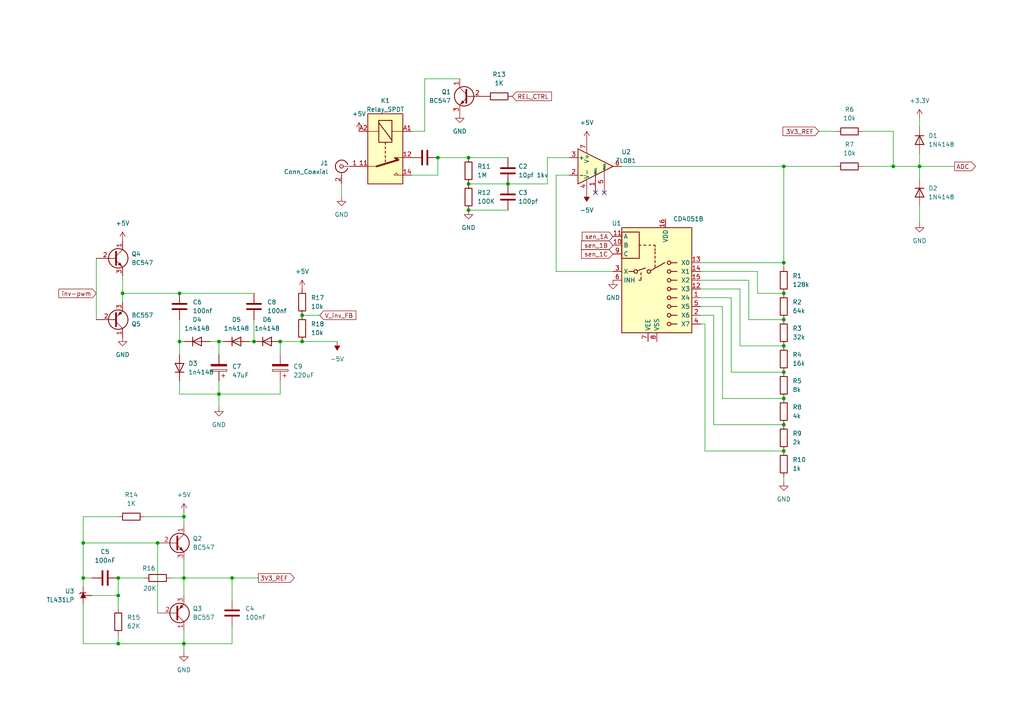
<source format=kicad_sch>
(kicad_sch (version 20231120) (generator "eeschema") (generator_version "8.0")
  (paper "A4")
  (title_block (title "Analog Part of RP-Pi-Oscope") (date "2024-10-25") (rev "1.2") (company "epsi1on + HS6502 + axiom") (comment 1 "Developing..."))
  (lib_symbols
    (symbol "+5V_1" (power) (pin_numbers hide) (pin_names (offset 0) hide)
      (property "Value" "+5V" (at 0 3.556 0))
      (symbol "+5V_1_0_1"
        (polyline (pts (xy -0.762 1.27) (xy 0 2.54)))
        (polyline (pts (xy 0 0) (xy 0 2.54)))
        (polyline (pts (xy 0 2.54) (xy 0.762 1.27)))
      )
      (symbol "+5V_1_1_1"
        (pin power_in line (at 0 0 90) (length 0) (name "~") (number "1"))
      )
    )
    (symbol "Amplifier_Operational:TL081" (pin_names (offset 0.127))
      (property "Reference" "U" (at 0 6.35 0))
      (property "Value" "TL081" (at 0 3.81 0))
      (symbol "TL081_0_1"
        (polyline (pts (xy -5.08 5.08) (xy 5.08 0) (xy -5.08 -5.08) (xy -5.08 5.08)) (stroke (width 0.254)) (fill (type background)))
      )
      (symbol "TL081_1_1"
        (pin input line (at 0 -7.62 90) (length 5.08) (name "NULL") (number "1"))
        (pin input line (at -7.62 -2.54 0) (length 2.54) (name "-") (number "2"))
        (pin input line (at -7.62 2.54 0) (length 2.54) (name "+") (number "3"))
        (pin power_in line (at -2.54 -7.62 90) (length 3.81) (name "V-") (number "4"))
        (pin input line (at 2.54 -7.62 90) (length 6.35) (name "NULL") (number "5"))
        (pin output line (at 7.62 0 180) (length 2.54) (name "~") (number "6"))
        (pin power_in line (at -2.54 7.62 270) (length 3.81) (name "V+") (number "7"))
        (pin no_connect line (at 0 2.54 270) (length 2.54) hide (name "NC") (number "8"))
      )
    )
    (symbol "Analog_Switch:CD4051B"
      (property "Reference" "U" (at -10.16 16.51 0))
      (property "Value" "CD4051B" (at 3.81 16.51 0))
      (symbol "CD4051B_0_1"
        (rectangle (start -10.16 6.35) (end -5.08 13.97) (stroke (width 0.254)))
        (rectangle (start -10.16 15.24) (end 10.16 -15.24) (stroke (width 0.254)) (fill (type background)))
        (circle (center -6.096 2.54) (radius 0.508) (stroke (width 0.254)))
        (circle (center -2.286 2.54) (radius 0.508) (stroke (width 0.254)))
        (polyline (pts (xy -8.128 2.54) (xy -6.604 2.54)) (stroke (width 0.254)))
        (polyline (pts (xy -5.588 2.794) (xy -3.302 3.556)) (stroke (width 0.254)))
        (polyline (pts (xy -4.572 0) (xy -5.207 0)) (stroke (width 0.254)))
        (polyline (pts (xy -4.572 0.254) (xy -4.572 0.889)) (stroke (width 0.254)))
        (polyline (pts (xy -4.572 1.524) (xy -4.572 2.159)) (stroke (width 0.254)))
        (polyline (pts (xy -4.572 10.16) (xy -5.08 10.16)) (stroke (width 0.254)))
        (polyline (pts (xy -3.81 10.16) (xy -3.175 10.16)) (stroke (width 0.254)))
        (polyline (pts (xy -1.778 2.794) (xy 2.286 5.08)) (stroke (width 0.254)))
        (polyline (pts (xy -1.778 10.16) (xy -2.286 10.16)) (stroke (width 0.254)))
        (polyline (pts (xy -0.508 3.81) (xy -0.508 4.445)) (stroke (width 0.254)))
        (polyline (pts (xy -0.508 5.08) (xy -0.508 5.715)) (stroke (width 0.254)))
        (polyline (pts (xy -0.508 6.35) (xy -0.508 6.985)) (stroke (width 0.254)))
        (polyline (pts (xy -0.508 7.62) (xy -0.508 8.255)) (stroke (width 0.254)))
        (polyline (pts (xy -0.508 8.636) (xy -0.508 9.144)) (stroke (width 0.254)))
        (polyline (pts (xy -0.508 9.652) (xy -0.508 10.16)) (stroke (width 0.254)))
        (polyline (pts (xy -0.508 10.16) (xy -1.016 10.16)) (stroke (width 0.254)))
        (polyline (pts (xy 4.064 -12.7) (xy 5.842 -12.7)) (stroke (width 0.254)))
        (polyline (pts (xy 4.064 -10.16) (xy 5.842 -10.16)) (stroke (width 0.254)))
        (polyline (pts (xy 4.064 -7.62) (xy 5.842 -7.62)) (stroke (width 0.254)))
        (polyline (pts (xy 4.064 -5.08) (xy 5.842 -5.08)) (stroke (width 0.254)))
        (polyline (pts (xy 4.064 -2.54) (xy 5.842 -2.54)) (stroke (width 0.254)))
        (polyline (pts (xy 4.064 0) (xy 5.842 0)) (stroke (width 0.254)))
        (polyline (pts (xy 4.064 2.54) (xy 5.842 2.54)) (stroke (width 0.254)))
        (polyline (pts (xy 4.064 5.08) (xy 5.842 5.08)) (stroke (width 0.254)))
        (circle (center 3.556 -12.7) (radius 0.508) (stroke (width 0.254)))
        (circle (center 3.556 -10.16) (radius 0.508) (stroke (width 0.254)))
        (circle (center 3.556 -7.62) (radius 0.508) (stroke (width 0.254)))
        (circle (center 3.556 -5.08) (radius 0.508) (stroke (width 0.254)))
        (circle (center 3.556 -2.54) (radius 0.508) (stroke (width 0.254)))
        (circle (center 3.556 0) (radius 0.508) (stroke (width 0.254)))
        (circle (center 3.556 2.54) (radius 0.508) (stroke (width 0.254)))
        (circle (center 3.556 5.08) (radius 0.508) (stroke (width 0.254)))
      )
      (symbol "CD4051B_1_1"
        (pin bidirectional line (at 12.7 -5.08 180) (length 2.54) (name "X4") (number "1"))
        (pin input line (at -12.7 10.16 0) (length 2.54) (name "B") (number "10"))
        (pin input line (at -12.7 12.7 0) (length 2.54) (name "A") (number "11"))
        (pin bidirectional line (at 12.7 -2.54 180) (length 2.54) (name "X3") (number "12"))
        (pin bidirectional line (at 12.7 5.08 180) (length 2.54) (name "X0") (number "13"))
        (pin bidirectional line (at 12.7 2.54 180) (length 2.54) (name "X1") (number "14"))
        (pin bidirectional line (at 12.7 0 180) (length 2.54) (name "X2") (number "15"))
        (pin power_in line (at 2.54 17.78 270) (length 2.54) (name "VDD") (number "16"))
        (pin bidirectional line (at 12.7 -10.16 180) (length 2.54) (name "X6") (number "2"))
        (pin bidirectional line (at -12.7 2.54 0) (length 2.54) (name "X") (number "3"))
        (pin bidirectional line (at 12.7 -12.7 180) (length 2.54) (name "X7") (number "4"))
        (pin bidirectional line (at 12.7 -7.62 180) (length 2.54) (name "X5") (number "5"))
        (pin input line (at -12.7 0 0) (length 2.54) (name "INH") (number "6"))
        (pin power_in line (at -2.54 -17.78 90) (length 2.54) (name "VEE") (number "7"))
        (pin power_in line (at 0 -17.78 90) (length 2.54) (name "VSS") (number "8"))
        (pin input line (at -12.7 7.62 0) (length 2.54) (name "C") (number "9"))
      )
    )
    (symbol "Connector:Conn_Coaxial" (pin_names (offset 1.016) hide)
      (property "Reference" "J" (at 0.254 3.048 0))
      (property "Value" "Conn_Coaxial" (at 2.921 0 90))
      (symbol "Conn_Coaxial_0_1"
        (arc (start -1.778 -0.508) (mid 0.2311 -1.8066) (end 1.778 0) (stroke (width 0.254)))
        (polyline (pts (xy -2.54 0) (xy -0.508 0)))
        (polyline (pts (xy 0 -2.54) (xy 0 -1.778)))
        (circle (center 0 0) (radius 0.508) (stroke (width 0.2032)))
        (arc (start 1.778 0) (mid 0.2099 1.8101) (end -1.778 0.508) (stroke (width 0.254)))
      )
      (symbol "Conn_Coaxial_1_1"
        (pin passive line (at -5.08 0 0) (length 2.54) (name "In") (number "1"))
        (pin passive line (at 0 -5.08 90) (length 2.54) (name "Ext") (number "2"))
      )
    )
    (symbol "Custom_Device:C" (pin_numbers hide) (pin_names (offset 0.254))
      (property "Reference" "C" (at 0.635 2.54 0))
      (property "Value" "C" (at 0.635 -2.54 0))
      (symbol "C_0_1"
        (polyline (pts (xy -2.032 -0.762) (xy 2.032 -0.762)) (stroke (width 0.508)))
        (polyline (pts (xy -2.032 0.762) (xy 2.032 0.762)) (stroke (width 0.508)))
      )
      (symbol "C_1_1"
        (pin passive line (at 0 3.81 270) (length 2.794) (name "~") (number "1"))
        (pin passive line (at 0 -3.81 90) (length 2.794) (name "~") (number "2"))
      )
    )
    (symbol "Custom_Device:R" (pin_numbers hide) (pin_names (offset 0))
      (property "Reference" "R" (at 2.032 0 90))
      (property "Value" "R" (at 0 0 90))
      (symbol "R_0_1"
        (rectangle (start -1.016 -2.54) (end 1.016 2.54) (stroke (width 0.254)))
      )
      (symbol "R_1_1"
        (pin passive line (at 0 3.81 270) (length 1.27) (name "~") (number "1"))
        (pin passive line (at 0 -3.81 90) (length 1.27) (name "~") (number "2"))
      )
    )
    (symbol "Device:C" (pin_numbers hide) (pin_names (offset 0.254))
      (property "Reference" "C" (at 0.635 2.54 0))
      (property "Value" "C" (at 0.635 -2.54 0))
      (symbol "C_0_1"
        (polyline (pts (xy -2.032 -0.762) (xy 2.032 -0.762)) (stroke (width 0.508)))
        (polyline (pts (xy -2.032 0.762) (xy 2.032 0.762)) (stroke (width 0.508)))
      )
      (symbol "C_1_1"
        (pin passive line (at 0 3.81 270) (length 2.794) (name "~") (number "1"))
        (pin passive line (at 0 -3.81 90) (length 2.794) (name "~") (number "2"))
      )
    )
    (symbol "Device:C_Polarized" (pin_numbers hide) (pin_names (offset 0.254))
      (property "Reference" "C" (at 0.635 2.54 0))
      (property "Value" "C_Polarized" (at 0.635 -2.54 0))
      (symbol "C_Polarized_0_1"
        (rectangle (start -2.286 0.508) (end 2.286 1.016))
        (polyline (pts (xy -1.778 2.286) (xy -0.762 2.286)))
        (polyline (pts (xy -1.27 2.794) (xy -1.27 1.778)))
        (rectangle (start 2.286 -0.508) (end -2.286 -1.016) (fill (type outline)))
      )
      (symbol "C_Polarized_1_1"
        (pin passive line (at 0 3.81 270) (length 2.794) (name "~") (number "1"))
        (pin passive line (at 0 -3.81 90) (length 2.794) (name "~") (number "2"))
      )
    )
    (symbol "Device:D" (pin_numbers hide) (pin_names (offset 1.016) hide)
      (property "Reference" "D" (at 0 2.54 0))
      (property "Value" "D" (at 0 -2.54 0))
      (symbol "D_0_1"
        (polyline (pts (xy -1.27 1.27) (xy -1.27 -1.27)) (stroke (width 0.254)))
        (polyline (pts (xy 1.27 0) (xy -1.27 0)))
        (polyline (pts (xy 1.27 1.27) (xy 1.27 -1.27) (xy -1.27 0) (xy 1.27 1.27)) (stroke (width 0.254)))
      )
      (symbol "D_1_1"
        (pin passive line (at -3.81 0 0) (length 2.54) (name "K") (number "1"))
        (pin passive line (at 3.81 0 180) (length 2.54) (name "A") (number "2"))
      )
    )
    (symbol "Device:R" (pin_numbers hide) (pin_names (offset 0))
      (property "Reference" "R" (at 2.032 0 90))
      (property "Value" "R" (at 0 0 90))
      (symbol "R_0_1"
        (rectangle (start -1.016 -2.54) (end 1.016 2.54) (stroke (width 0.254)))
      )
      (symbol "R_1_1"
        (pin passive line (at 0 3.81 270) (length 1.27) (name "~") (number "1"))
        (pin passive line (at 0 -3.81 90) (length 1.27) (name "~") (number "2"))
      )
    )
    (symbol "Diode:1N4148" (pin_numbers hide) (pin_names hide)
      (property "Reference" "D" (at 0 2.54 0))
      (property "Value" "1N4148" (at 0 -2.54 0))
      (symbol "1N4148_0_1"
        (polyline (pts (xy -1.27 1.27) (xy -1.27 -1.27)) (stroke (width 0.254)))
        (polyline (pts (xy 1.27 0) (xy -1.27 0)))
        (polyline (pts (xy 1.27 1.27) (xy 1.27 -1.27) (xy -1.27 0) (xy 1.27 1.27)) (stroke (width 0.254)))
      )
      (symbol "1N4148_1_1"
        (pin passive line (at -3.81 0 0) (length 2.54) (name "K") (number "1"))
        (pin passive line (at 3.81 0 180) (length 2.54) (name "A") (number "2"))
      )
    )
    (symbol "GND_1" (power) (pin_numbers hide) (pin_names (offset 0) hide)
      (property "Value" "GND" (at 0 -3.81 0))
      (symbol "GND_1_0_1"
        (polyline (pts (xy 0 0) (xy 0 -1.27) (xy 1.27 -1.27) (xy 0 -2.54) (xy -1.27 -1.27) (xy 0 -1.27)))
      )
      (symbol "GND_1_1_1"
        (pin power_in line (at 0 0 270) (length 0) (name "~") (number "1"))
      )
    )
    (symbol "Reference_Voltage:TL431LP" (pin_numbers hide) (pin_names hide)
      (property "Reference" "U" (at -2.54 2.54 0))
      (property "Value" "TL431LP" (at 0 -2.54 0))
      (symbol "TL431LP_0_1"
        (polyline (pts (xy -1.27 0) (xy 0 0) (xy 1.27 0)))
        (polyline (pts (xy -0.762 0.762) (xy 0.762 0) (xy -0.762 -0.762)) (fill (type outline)))
        (polyline (pts (xy 0.508 -1.016) (xy 0.762 -0.762) (xy 0.762 0.762) (xy 0.762 0.762)) (stroke (width 0.254)))
      )
      (symbol "TL431LP_1_1"
        (pin passive line (at 0 2.54 270) (length 2.54) (name "REF") (number "1"))
        (pin passive line (at -2.54 0 0) (length 2.54) (name "A") (number "2"))
        (pin passive line (at 2.54 0 180) (length 2.54) (name "K") (number "3"))
      )
    )
    (symbol "Relay:Relay_SPDT"
      (property "Reference" "K" (at 11.43 3.81 0))
      (property "Value" "Relay_SPDT" (at 11.43 1.27 0))
      (symbol "Relay_SPDT_0_0"
        (polyline (pts (xy 7.62 5.08) (xy 7.62 2.54) (xy 6.985 3.175) (xy 7.62 3.81)))
      )
      (symbol "Relay_SPDT_0_1"
        (rectangle (start -10.16 5.08) (end 10.16 -5.08) (stroke (width 0.254)) (fill (type background)))
        (rectangle (start -8.255 1.905) (end -1.905 -1.905) (stroke (width 0.254)))
        (polyline (pts (xy -7.62 -1.905) (xy -2.54 1.905)) (stroke (width 0.254)))
        (polyline (pts (xy -5.08 -5.08) (xy -5.08 -1.905)))
        (polyline (pts (xy -5.08 5.08) (xy -5.08 1.905)))
        (polyline (pts (xy -1.905 0) (xy -1.27 0)) (stroke (width 0.254)))
        (polyline (pts (xy -0.635 0) (xy 0 0)) (stroke (width 0.254)))
        (polyline (pts (xy 0.635 0) (xy 1.27 0)) (stroke (width 0.254)))
        (polyline (pts (xy 1.905 0) (xy 2.54 0)) (stroke (width 0.254)))
        (polyline (pts (xy 3.175 0) (xy 3.81 0)) (stroke (width 0.254)))
        (polyline (pts (xy 5.08 -2.54) (xy 3.175 3.81)) (stroke (width 0.508)))
        (polyline (pts (xy 5.08 -2.54) (xy 5.08 -5.08)))
        (polyline (pts (xy 2.54 5.08) (xy 2.54 2.54) (xy 3.175 3.175) (xy 2.54 3.81)) (fill (type outline)))
      )
      (symbol "Relay_SPDT_1_1"
        (pin passive line (at 5.08 -7.62 90) (length 2.54) (name "~") (number "11"))
        (pin passive line (at 2.54 7.62 270) (length 2.54) (name "~") (number "12"))
        (pin passive line (at 7.62 7.62 270) (length 2.54) (name "~") (number "14"))
        (pin passive line (at -5.08 7.62 270) (length 2.54) (name "~") (number "A1"))
        (pin passive line (at -5.08 -7.62 90) (length 2.54) (name "~") (number "A2"))
      )
    )
    (symbol "Transistor_BJT:BC547" (pin_names (offset 0) hide)
      (property "Reference" "Q" (at 5.08 1.905 0))
      (property "Value" "BC547" (at 5.08 0 0))
      (symbol "BC547_0_1"
        (polyline (pts (xy 0 0) (xy 0.635 0)))
        (polyline (pts (xy 0.635 0.635) (xy 2.54 2.54)))
        (polyline (pts (xy 0.635 -0.635) (xy 2.54 -2.54) (xy 2.54 -2.54)))
        (polyline (pts (xy 0.635 1.905) (xy 0.635 -1.905) (xy 0.635 -1.905)) (stroke (width 0.508)))
        (polyline (pts (xy 1.27 -1.778) (xy 1.778 -1.27) (xy 2.286 -2.286) (xy 1.27 -1.778) (xy 1.27 -1.778)) (fill (type outline)))
        (circle (center 1.27 0) (radius 2.8194) (stroke (width 0.254)))
      )
      (symbol "BC547_1_1"
        (pin passive line (at 2.54 5.08 270) (length 2.54) (name "C") (number "1"))
        (pin input line (at -5.08 0 0) (length 5.08) (name "B") (number "2"))
        (pin passive line (at 2.54 -5.08 90) (length 2.54) (name "E") (number "3"))
      )
    )
    (symbol "Transistor_BJT:BC557" (pin_names (offset 0) hide)
      (property "Reference" "Q" (at 5.08 1.905 0))
      (property "Value" "BC557" (at 5.08 0 0))
      (symbol "BC557_0_1"
        (polyline (pts (xy 0.635 0.635) (xy 2.54 2.54)))
        (polyline (pts (xy 0.635 -0.635) (xy 2.54 -2.54) (xy 2.54 -2.54)))
        (polyline (pts (xy 0.635 1.905) (xy 0.635 -1.905) (xy 0.635 -1.905)) (stroke (width 0.508)))
        (polyline (pts (xy 2.286 -1.778) (xy 1.778 -2.286) (xy 1.27 -1.27) (xy 2.286 -1.778) (xy 2.286 -1.778)) (fill (type outline)))
        (circle (center 1.27 0) (radius 2.8194) (stroke (width 0.254)))
      )
      (symbol "BC557_1_1"
        (pin passive line (at 2.54 5.08 270) (length 2.54) (name "C") (number "1"))
        (pin input line (at -5.08 0 0) (length 5.715) (name "B") (number "2"))
        (pin passive line (at 2.54 -5.08 90) (length 2.54) (name "E") (number "3"))
      )
    )
    (symbol "power:+3.3V" (power) (pin_names (offset 0))
      (property "Value" "+3.3V" (at 0 3.556 0))
      (symbol "+3.3V_0_1"
        (polyline (pts (xy -0.762 1.27) (xy 0 2.54)))
        (polyline (pts (xy 0 0) (xy 0 2.54)))
        (polyline (pts (xy 0 2.54) (xy 0.762 1.27)))
      )
      (symbol "+3.3V_1_1"
        (pin power_in line (at 0 0 90) (length 0) hide (name "+3.3V") (number "1"))
      )
    )
    (symbol "power:+5V" (power) (pin_names (offset 0))
      (property "Value" "+5V" (at 0 3.556 0))
      (symbol "+5V_0_1"
        (polyline (pts (xy -0.762 1.27) (xy 0 2.54)))
        (polyline (pts (xy 0 0) (xy 0 2.54)))
        (polyline (pts (xy 0 2.54) (xy 0.762 1.27)))
      )
      (symbol "+5V_1_1"
        (pin power_in line (at 0 0 90) (length 0) hide (name "+5V") (number "1"))
      )
    )
    (symbol "power:-5V" (power) (pin_names (offset 0))
      (property "Value" "-5V" (at 0 3.81 0))
      (symbol "-5V_0_0"
        (pin power_in line (at 0 0 90) (length 0) hide (name "-5V") (number "1"))
      )
      (symbol "-5V_0_1"
        (polyline (pts (xy 0 0) (xy 0 1.27) (xy 0.762 1.27) (xy 0 2.54) (xy -0.762 1.27) (xy 0 1.27)) (fill (type outline)))
      )
    )
    (symbol "power:GND" (power) (pin_names (offset 0))
      (property "Value" "GND" (at 0 -3.81 0))
      (symbol "GND_0_1"
        (polyline (pts (xy 0 0) (xy 0 -1.27) (xy 1.27 -1.27) (xy 0 -2.54) (xy -1.27 -1.27) (xy 0 -1.27)))
      )
      (symbol "GND_1_1"
        (pin power_in line (at 0 0 270) (length 0) hide (name "GND") (number "1"))
      )
    )
  )
  (junction (at 53.34 149.86))
  (junction (at 34.29 167.64))
  (junction (at 147.32 53.34))
  (junction (at 73.66 99.06))
  (junction (at 34.29 172.72))
  (junction (at 63.5 99.06))
  (junction (at 227.33 123.19))
  (junction (at 52.07 99.06))
  (junction (at 227.33 76.2))
  (junction (at 259.08 48.26))
  (junction (at 45.72 157.48))
  (junction (at 227.33 107.95))
  (junction (at 34.29 186.69))
  (junction (at 67.31 167.64))
  (junction (at 227.33 100.33))
  (junction (at 227.33 92.71))
  (junction (at 227.33 85.09))
  (junction (at 227.33 115.57))
  (junction (at 53.34 186.69))
  (junction (at 227.33 130.81))
  (junction (at 53.34 167.64))
  (junction (at 24.13 157.48))
  (junction (at 87.63 91.44))
  (junction (at 135.89 53.34))
  (junction (at 266.7 48.26))
  (junction (at 127 45.72))
  (junction (at 63.5 114.3))
  (junction (at 227.33 48.26))
  (junction (at 35.56 85.09))
  (junction (at 135.89 45.72))
  (junction (at 52.07 85.09))
  (junction (at 24.13 167.64))
  (junction (at 135.89 60.96))
  (junction (at 87.63 99.06))
  (junction (at 81.28 99.06))
  (no_connect (at 172.72 55.88))
  (no_connect (at 175.26 55.88))
  (wire (pts (xy 63.5 114.3) (xy 81.28 114.3)))
  (wire (pts (xy 45.72 157.48) (xy 24.13 157.48)))
  (wire (pts (xy 266.7 52.07) (xy 266.7 48.26)))
  (wire (pts (xy 212.09 107.95) (xy 227.33 107.95)))
  (wire (pts (xy 203.2 81.28) (xy 217.17 81.28)))
  (wire (pts (xy 217.17 92.71) (xy 227.33 92.71)))
  (wire (pts (xy 266.7 48.26) (xy 276.86 48.26)))
  (wire (pts (xy 127 45.72) (xy 127 50.8)))
  (wire (pts (xy 60.96 99.06) (xy 63.5 99.06)))
  (wire (pts (xy 24.13 167.64) (xy 26.67 167.64)))
  (wire (pts (xy 24.13 149.86) (xy 24.13 157.48)))
  (wire (pts (xy 219.71 85.09) (xy 219.71 78.74)))
  (wire (pts (xy 217.17 81.28) (xy 217.17 92.71)))
  (wire (pts (xy 34.29 172.72) (xy 26.67 172.72)))
  (wire (pts (xy 34.29 184.15) (xy 34.29 186.69)))
  (wire (pts (xy 165.1 45.72) (xy 158.75 45.72)))
  (wire (pts (xy 259.08 48.26) (xy 250.19 48.26)))
  (wire (pts (xy 204.47 93.98) (xy 204.47 130.81)))
  (wire (pts (xy 52.07 102.87) (xy 52.07 99.06)))
  (wire (pts (xy 266.7 64.77) (xy 266.7 59.69)))
  (wire (pts (xy 52.07 114.3) (xy 63.5 114.3)))
  (wire (pts (xy 204.47 130.81) (xy 227.33 130.81)))
  (wire (pts (xy 49.53 167.64) (xy 53.34 167.64)))
  (wire (pts (xy 266.7 44.45) (xy 266.7 48.26)))
  (wire (pts (xy 214.63 100.33) (xy 227.33 100.33)))
  (wire (pts (xy 227.33 85.09) (xy 219.71 85.09)))
  (wire (pts (xy 53.34 162.56) (xy 53.34 167.64)))
  (wire (pts (xy 209.55 115.57) (xy 227.33 115.57)))
  (wire (pts (xy 34.29 172.72) (xy 34.29 176.53)))
  (wire (pts (xy 53.34 99.06) (xy 52.07 99.06)))
  (wire (pts (xy 52.07 85.09) (xy 73.66 85.09)))
  (wire (pts (xy 35.56 85.09) (xy 52.07 85.09)))
  (wire (pts (xy 158.75 53.34) (xy 147.32 53.34)))
  (wire (pts (xy 161.29 50.8) (xy 161.29 78.74)))
  (wire (pts (xy 87.63 99.06) (xy 81.28 99.06)))
  (wire (pts (xy 147.32 60.96) (xy 135.89 60.96)))
  (wire (pts (xy 214.63 83.82) (xy 214.63 100.33)))
  (wire (pts (xy 135.89 53.34) (xy 147.32 53.34)))
  (wire (pts (xy 219.71 78.74) (xy 203.2 78.74)))
  (wire (pts (xy 35.56 80.01) (xy 35.56 85.09)))
  (wire (pts (xy 123.19 22.86) (xy 123.19 38.1)))
  (wire (pts (xy 250.19 38.1) (xy 259.08 38.1)))
  (wire (pts (xy 161.29 78.74) (xy 177.8 78.74)))
  (wire (pts (xy 24.13 186.69) (xy 34.29 186.69)))
  (wire (pts (xy 237.49 38.1) (xy 242.57 38.1)))
  (wire (pts (xy 203.2 91.44) (xy 207.01 91.44)))
  (wire (pts (xy 67.31 173.99) (xy 67.31 167.64)))
  (wire (pts (xy 158.75 45.72) (xy 158.75 53.34)))
  (wire (pts (xy 53.34 189.23) (xy 53.34 186.69)))
  (wire (pts (xy 119.38 38.1) (xy 123.19 38.1)))
  (wire (pts (xy 63.5 114.3) (xy 63.5 110.49)))
  (wire (pts (xy 203.2 83.82) (xy 214.63 83.82)))
  (wire (pts (xy 67.31 167.64) (xy 53.34 167.64)))
  (wire (pts (xy 133.35 22.86) (xy 123.19 22.86)))
  (wire (pts (xy 53.34 148.59) (xy 53.34 149.86)))
  (wire (pts (xy 135.89 45.72) (xy 147.32 45.72)))
  (wire (pts (xy 119.38 50.8) (xy 127 50.8)))
  (wire (pts (xy 35.56 85.09) (xy 35.56 87.63)))
  (wire (pts (xy 63.5 99.06) (xy 64.77 99.06)))
  (wire (pts (xy 92.71 91.44) (xy 87.63 91.44)))
  (wire (pts (xy 67.31 181.61) (xy 67.31 186.69)))
  (wire (pts (xy 207.01 123.19) (xy 227.33 123.19)))
  (wire (pts (xy 45.72 157.48) (xy 45.72 177.8)))
  (wire (pts (xy 227.33 139.7) (xy 227.33 138.43)))
  (wire (pts (xy 27.94 74.93) (xy 27.94 92.71)))
  (wire (pts (xy 53.34 167.64) (xy 53.34 172.72)))
  (wire (pts (xy 24.13 175.26) (xy 24.13 186.69)))
  (wire (pts (xy 209.55 88.9) (xy 203.2 88.9)))
  (wire (pts (xy 203.2 76.2) (xy 227.33 76.2)))
  (wire (pts (xy 227.33 77.47) (xy 227.33 76.2)))
  (wire (pts (xy 81.28 102.87) (xy 81.28 99.06)))
  (wire (pts (xy 81.28 114.3) (xy 81.28 110.49)))
  (wire (pts (xy 97.79 99.06) (xy 87.63 99.06)))
  (wire (pts (xy 53.34 186.69) (xy 53.34 182.88)))
  (wire (pts (xy 209.55 88.9) (xy 209.55 115.57)))
  (wire (pts (xy 52.07 114.3) (xy 52.07 110.49)))
  (wire (pts (xy 67.31 167.64) (xy 74.93 167.64)))
  (wire (pts (xy 266.7 34.29) (xy 266.7 36.83)))
  (wire (pts (xy 99.06 53.34) (xy 99.06 57.15)))
  (wire (pts (xy 207.01 91.44) (xy 207.01 123.19)))
  (wire (pts (xy 53.34 149.86) (xy 53.34 152.4)))
  (wire (pts (xy 227.33 48.26) (xy 227.33 76.2)))
  (wire (pts (xy 180.34 48.26) (xy 227.33 48.26)))
  (wire (pts (xy 67.31 186.69) (xy 53.34 186.69)))
  (wire (pts (xy 63.5 118.11) (xy 63.5 114.3)))
  (wire (pts (xy 41.91 149.86) (xy 53.34 149.86)))
  (wire (pts (xy 203.2 86.36) (xy 212.09 86.36)))
  (wire (pts (xy 212.09 86.36) (xy 212.09 107.95)))
  (wire (pts (xy 63.5 102.87) (xy 63.5 99.06)))
  (wire (pts (xy 259.08 38.1) (xy 259.08 48.26)))
  (wire (pts (xy 34.29 149.86) (xy 24.13 149.86)))
  (wire (pts (xy 72.39 99.06) (xy 73.66 99.06)))
  (wire (pts (xy 34.29 167.64) (xy 34.29 172.72)))
  (wire (pts (xy 73.66 99.06) (xy 73.66 92.71)))
  (wire (pts (xy 34.29 167.64) (xy 41.91 167.64)))
  (wire (pts (xy 24.13 167.64) (xy 24.13 170.18)))
  (wire (pts (xy 52.07 99.06) (xy 52.07 92.71)))
  (wire (pts (xy 135.89 45.72) (xy 127 45.72)))
  (wire (pts (xy 203.2 93.98) (xy 204.47 93.98)))
  (wire (pts (xy 34.29 186.69) (xy 53.34 186.69)))
  (wire (pts (xy 259.08 48.26) (xy 266.7 48.26)))
  (wire (pts (xy 165.1 50.8) (xy 161.29 50.8)))
  (wire (pts (xy 242.57 48.26) (xy 227.33 48.26)))
  (wire (pts (xy 24.13 157.48) (xy 24.13 167.64)))
  (global_label "sen_1A" (shape input) (at 177.8 68.58 180) (property "Intersheetrefs" "${INTERSHEET_REFS}" (effects (hide yes))))
  (global_label "sen_1B" (shape input) (at 177.8 71.12 180) (property "Intersheetrefs" "${INTERSHEET_REFS}" (effects (hide yes))))
  (global_label "REL_CTRL" (shape input) (at 148.59 27.94 0) (property "Intersheetrefs" "${INTERSHEET_REFS}" (effects (hide yes))))
  (global_label "3V3_REF" (shape input) (at 237.49 38.1 180) (property "Intersheetrefs" "${INTERSHEET_REFS}" (effects (hide yes))))
  (global_label "V_inv_FB" (shape input) (at 92.71 91.44 0) (property "Intersheetrefs" "${INTERSHEET_REFS}" (effects (hide yes))))
  (global_label "ADC" (shape output) (at 276.86 48.26 0) (property "Intersheetrefs" "${INTERSHEET_REFS}" (effects (hide yes))))
  (global_label "sen_1C" (shape input) (at 177.8 73.66 180) (property "Intersheetrefs" "${INTERSHEET_REFS}" (effects (hide yes))))
  (global_label "3V3_REF" (shape output) (at 74.93 167.64 0) (property "Intersheetrefs" "${INTERSHEET_REFS}" (effects (hide yes))))
  (global_label "inv-pwm" (shape input) (at 27.94 85.09 180) (property "Intersheetrefs" "${INTERSHEET_REFS}" (effects (hide yes))))
  (symbol (lib_name "+5V_1") (lib_id "power:+5V") (at 53.34 148.59 0) (unit 1)
    (property "Reference" "#PWR04" (effects (hide yes)))
    (property "Value" "+5V" (at 53.34 143.51 0))
    (property "Description" "Power symbol creates a global label with name \"+5V\"" (effects (hide yes)))
  )
  (symbol (lib_id "Custom_Device:C") (at 67.31 177.8 0) (unit 1)
    (property "Reference" "C4" (at 71.12 176.5299 0) (effects (justify left)))
    (property "Value" "100nF" (at 71.12 179.0699 0) (effects (justify left)))
    (property "Description" "Unpolarized capacitor" (effects (hide yes)))
  )
  (symbol (lib_id "power:+5V") (at 170.18 40.64 0) (unit 1)
    (property "Reference" "#PWR02" (effects (hide yes)))
    (property "Value" "+5V" (at 170.18 35.56 0))
  )
  (symbol (lib_id "power:GND") (at 227.33 139.7 0) (unit 1)
    (property "Reference" "#PWR01" (effects (hide yes)))
    (property "Value" "GND" (at 227.33 144.78 0))
  )
  (symbol (lib_id "Device:R") (at 87.63 87.63 0) (unit 1)
    (property "Reference" "R17" (at 90.17 86.3599 0) (effects (justify left)))
    (property "Value" "10k" (at 90.17 88.8999 0) (effects (justify left)))
    (property "Description" "Resistor" (effects (hide yes)))
  )
  (symbol (lib_id "Device:R") (at 227.33 96.52 0) (unit 1)
    (property "Reference" "R3" (at 229.87 95.25 0) (effects (justify left)))
    (property "Value" "32k" (at 229.87 97.79 0) (effects (justify left)))
  )
  (symbol (lib_id "Device:R") (at 227.33 134.62 0) (unit 1)
    (property "Reference" "R10" (at 229.87 133.35 0) (effects (justify left)))
    (property "Value" "1k" (at 229.87 135.89 0) (effects (justify left)))
  )
  (symbol (lib_id "Device:R") (at 87.63 95.25 0) (unit 1)
    (property "Reference" "R18" (at 90.17 93.9799 0) (effects (justify left)))
    (property "Value" "10k" (at 90.17 96.5199 0) (effects (justify left)))
    (property "Description" "Resistor" (effects (hide yes)))
  )
  (symbol (lib_id "Device:D") (at 52.07 106.68 90) (unit 1)
    (property "Reference" "D3" (at 54.61 105.4099 90) (effects (justify right)))
    (property "Value" "1n4148" (at 54.61 107.9499 90) (effects (justify right)))
    (property "Description" "Diode" (effects (hide yes)))
    (property "Sim.Device" "D" (effects (hide yes)))
    (property "Sim.Pins" "1=K 2=A" (effects (hide yes)))
  )
  (symbol (lib_id "Custom_Device:R") (at 34.29 180.34 180) (unit 1)
    (property "Reference" "R15" (at 36.83 179.0699 0) (effects (justify right)))
    (property "Value" "62K" (at 36.83 181.6099 0) (effects (justify right)))
    (property "Description" "Resistor" (effects (hide yes)))
  )
  (symbol (lib_id "Device:R") (at 227.33 81.28 0) (unit 1)
    (property "Reference" "R1" (at 229.87 80.01 0) (effects (justify left)))
    (property "Value" "128k" (at 229.87 82.55 0) (effects (justify left)))
  )
  (symbol (lib_id "power:-5V") (at 170.18 55.88 180) (unit 1)
    (property "Reference" "#PWR03" (effects (hide yes)))
    (property "Value" "-5V" (at 170.18 60.96 0))
  )
  (symbol (lib_id "Custom_Device:R") (at 45.72 167.64 270) (unit 1)
    (property "Reference" "R16" (at 43.18 164.846 90))
    (property "Value" "20K" (at 43.434 170.688 90))
    (property "Description" "Resistor" (effects (hide yes)))
  )
  (symbol (lib_id "Device:R") (at 227.33 104.14 0) (unit 1)
    (property "Reference" "R4" (at 229.87 102.87 0) (effects (justify left)))
    (property "Value" "16k" (at 229.87 105.41 0) (effects (justify left)))
  )
  (symbol (lib_id "Analog_Switch:CD4051B") (at 190.5 81.28 0) (unit 1)
    (property "Reference" "U1" (at 177.4541 64.77 0) (effects (justify left)))
    (property "Value" "CD4051B" (at 195.2341 63.5 0) (effects (justify left)))
    (property "Datasheet" "http://www.ti.com/lit/ds/symlink/cd4052b.pdf" (effects (hide yes)))
  )
  (symbol (lib_id "power:GND") (at 63.5 118.11 0) (unit 1)
    (property "Reference" "#PWR015" (effects (hide yes)))
    (property "Value" "GND" (at 63.5 123.19 0))
    (property "Description" "Power symbol creates a global label with name \"GND\" , ground" (effects (hide yes)))
  )
  (symbol (lib_name "GND_1") (lib_id "power:GND") (at 53.34 189.23 0) (unit 1)
    (property "Reference" "#PWR011" (effects (hide yes)))
    (property "Value" "GND" (at 53.34 194.31 0))
    (property "Description" "Power symbol creates a global label with name \"GND\" , ground" (effects (hide yes)))
  )
  (symbol (lib_id "Diode:1N4148") (at 266.7 40.64 270) (unit 1)
    (property "Reference" "D1" (at 269.24 39.37 90) (effects (justify left)))
    (property "Value" "1N4148" (at 269.24 41.91 90) (effects (justify left)))
    (property "Footprint" "Diode_THT:D_DO-35_SOD27_P7.62mm_Horizontal" (effects (hide yes)))
    (property "Datasheet" "https://assets.nexperia.com/documents/data-sheet/1N4148_1N4448.pdf" (effects (hide yes)))
    (property "Sim.Device" "D" (effects (hide yes)))
    (property "Sim.Pins" "1=K 2=A" (effects (hide yes)))
  )
  (symbol (lib_id "power:+5V") (at 104.14 38.1 0) (unit 1)
    (property "Reference" "#PWR09" (effects (hide yes)))
    (property "Value" "+5V" (at 104.14 33.02 0))
  )
  (symbol (lib_id "Device:R") (at 227.33 88.9 0) (unit 1)
    (property "Reference" "R2" (at 229.87 87.63 0) (effects (justify left)))
    (property "Value" "64k" (at 229.87 90.17 0) (effects (justify left)))
  )
  (symbol (lib_id "Device:R") (at 135.89 49.53 180) (unit 1)
    (property "Reference" "R11" (at 138.43 48.26 0) (effects (justify right)))
    (property "Value" "1M" (at 138.43 50.8 0) (effects (justify right)))
  )
  (symbol (lib_id "Device:R") (at 135.89 57.15 180) (unit 1)
    (property "Reference" "R12" (at 138.43 55.88 0) (effects (justify right)))
    (property "Value" "100K" (at 138.43 58.42 0) (effects (justify right)))
  )
  (symbol (lib_id "Device:C") (at 52.07 88.9 0) (unit 1)
    (property "Reference" "C6" (at 55.88 87.6299 0) (effects (justify left)))
    (property "Value" "100nf" (at 55.88 90.1699 0) (effects (justify left)))
    (property "Description" "Unpolarized capacitor" (effects (hide yes)))
  )
  (symbol (lib_id "Device:C_Polarized") (at 63.5 106.68 180) (unit 1)
    (property "Reference" "C7" (at 67.31 106.2989 0) (effects (justify right)))
    (property "Value" "47uF" (at 67.31 108.8389 0) (effects (justify right)))
    (property "Description" "Polarized capacitor" (effects (hide yes)))
  )
  (symbol (lib_id "Custom_Device:C") (at 30.48 167.64 90) (unit 1)
    (property "Reference" "C5" (at 30.48 160.02 90))
    (property "Value" "100nF" (at 30.48 162.56 90))
    (property "Description" "Unpolarized capacitor" (effects (hide yes)))
  )
  (symbol (lib_id "Device:D") (at 77.47 99.06 0) (unit 1)
    (property "Reference" "D6" (at 77.47 92.71 0))
    (property "Value" "1n4148" (at 77.47 95.25 0))
    (property "Description" "Diode" (effects (hide yes)))
    (property "Sim.Device" "D" (effects (hide yes)))
    (property "Sim.Pins" "1=K 2=A" (effects (hide yes)))
  )
  (symbol (lib_id "Transistor_BJT:BC547") (at 135.89 27.94 0) (mirror y) (unit 1)
    (property "Reference" "Q1" (at 130.81 26.67 0) (effects (justify left)))
    (property "Value" "BC547" (at 130.81 29.21 0) (effects (justify left)))
    (property "Footprint" "Package_TO_SOT_THT:TO-92_Inline" (effects (hide yes)))
    (property "Datasheet" "https://www.onsemi.com/pub/Collateral/BC550-D.pdf" (effects (hide yes)))
  )
  (symbol (lib_id "Relay:Relay_SPDT") (at 111.76 43.18 270) (unit 1)
    (property "Reference" "K1" (at 111.76 29.21 90))
    (property "Value" "Relay_SPDT" (at 111.76 31.75 90))
  )
  (symbol (lib_id "power:-5V") (at 97.79 99.06 180) (unit 1)
    (property "Reference" "#PWR017" (effects (hide yes)))
    (property "Value" "-5V" (at 97.79 104.14 0))
    (property "Description" "Power symbol creates a global label with name \"-5V\"" (effects (hide yes)))
  )
  (symbol (lib_id "Device:R") (at 227.33 111.76 0) (unit 1)
    (property "Reference" "R5" (at 229.87 110.49 0) (effects (justify left)))
    (property "Value" "8k" (at 229.87 113.03 0) (effects (justify left)))
  )
  (symbol (lib_id "Diode:1N4148") (at 266.7 55.88 270) (unit 1)
    (property "Reference" "D2" (at 269.24 54.61 90) (effects (justify left)))
    (property "Value" "1N4148" (at 269.24 57.15 90) (effects (justify left)))
    (property "Footprint" "Diode_THT:D_DO-35_SOD27_P7.62mm_Horizontal" (effects (hide yes)))
    (property "Datasheet" "https://assets.nexperia.com/documents/data-sheet/1N4148_1N4448.pdf" (effects (hide yes)))
    (property "Sim.Device" "D" (effects (hide yes)))
    (property "Sim.Pins" "1=K 2=A" (effects (hide yes)))
  )
  (symbol (lib_id "power:GND") (at 177.8 81.28 0) (unit 1)
    (property "Reference" "#PWR012" (effects (hide yes)))
    (property "Value" "GND" (at 177.8 86.36 0))
  )
  (symbol (lib_id "Transistor_BJT:BC547") (at 33.02 74.93 0) (unit 1)
    (property "Reference" "Q4" (at 38.1 73.6599 0) (effects (justify left)))
    (property "Value" "BC547" (at 38.1 76.1999 0) (effects (justify left)))
    (property "Footprint" "Package_TO_SOT_THT:TO-92_Inline" (effects (hide yes)))
    (property "Datasheet" "https://www.onsemi.com/pub/Collateral/BC550-D.pdf" (effects (hide yes)))
    (property "Description" "0.1A Ic, 45V Vce, Small Signal NPN Transistor, TO-92" (effects (hide yes)))
  )
  (symbol (lib_id "Transistor_BJT:BC557") (at 33.02 92.71 0) (mirror x) (unit 1)
    (property "Reference" "Q5" (at 38.1 93.9801 0) (effects (justify left)))
    (property "Value" "BC557" (at 38.1 91.4401 0) (effects (justify left)))
    (property "Footprint" "Package_TO_SOT_THT:TO-92_Inline" (effects (hide yes)))
    (property "Datasheet" "https://www.onsemi.com/pub/Collateral/BC556BTA-D.pdf" (effects (hide yes)))
    (property "Description" "0.1A Ic, 45V Vce, PNP Small Signal Transistor, TO-92" (effects (hide yes)))
  )
  (symbol (lib_id "Transistor_BJT:BC547") (at 50.8 157.48 0) (unit 1)
    (property "Reference" "Q2" (at 55.88 156.2099 0) (effects (justify left)))
    (property "Value" "BC547" (at 55.88 158.7499 0) (effects (justify left)))
    (property "Footprint" "Package_TO_SOT_THT:TO-92_Inline" (effects (hide yes)))
    (property "Datasheet" "https://www.onsemi.com/pub/Collateral/BC550-D.pdf" (effects (hide yes)))
    (property "Description" "0.1A Ic, 45V Vce, Small Signal NPN Transistor, TO-92" (effects (hide yes)))
  )
  (symbol (lib_id "power:+5V") (at 87.63 83.82 0) (unit 1)
    (property "Reference" "#PWR016" (effects (hide yes)))
    (property "Value" "+5V" (at 87.63 78.74 0))
    (property "Description" "Power symbol creates a global label with name \"+5V\"" (effects (hide yes)))
  )
  (symbol (lib_id "Device:R") (at 246.38 38.1 90) (unit 1)
    (property "Reference" "R6" (at 246.38 31.75 90))
    (property "Value" "10k" (at 246.38 34.29 90))
  )
  (symbol (lib_id "power:GND") (at 135.89 60.96 0) (unit 1)
    (property "Reference" "#PWR08" (effects (hide yes)))
    (property "Value" "GND" (at 135.89 66.04 0))
  )
  (symbol (lib_id "Device:D") (at 68.58 99.06 0) (unit 1)
    (property "Reference" "D5" (at 68.58 92.71 0))
    (property "Value" "1n4148" (at 68.58 95.25 0))
    (property "Description" "Diode" (effects (hide yes)))
    (property "Sim.Device" "D" (effects (hide yes)))
    (property "Sim.Pins" "1=K 2=A" (effects (hide yes)))
  )
  (symbol (lib_id "Device:C") (at 147.32 49.53 180) (unit 1)
    (property "Reference" "C2" (at 150.3355 48.26 0) (effects (justify right)))
    (property "Value" "10pf 1kv" (at 150.3355 50.8 0) (effects (justify right)))
  )
  (symbol (lib_id "Connector:Conn_Coaxial") (at 99.06 48.26 0) (mirror y) (unit 1)
    (property "Reference" "J1" (at 95.25 47.2832 0) (effects (justify left)))
    (property "Value" "Conn_Coaxial" (at 95.25 49.8232 0) (effects (justify left)))
    (property "Datasheet" " ~" (effects (hide yes)))
  )
  (symbol (lib_id "Device:R") (at 246.38 48.26 90) (unit 1)
    (property "Reference" "R7" (at 246.38 41.91 90))
    (property "Value" "10k" (at 246.38 44.45 90))
  )
  (symbol (lib_id "Device:R") (at 227.33 127 0) (unit 1)
    (property "Reference" "R9" (at 229.87 125.73 0) (effects (justify left)))
    (property "Value" "2k" (at 229.87 128.27 0) (effects (justify left)))
  )
  (symbol (lib_id "Device:C") (at 123.19 45.72 90) (unit 1)
    (property "Reference" "C1" (effects (hide yes)))
    (property "Value" "C" (effects (hide yes)))
  )
  (symbol (lib_id "Device:C") (at 147.32 57.15 180) (unit 1)
    (property "Reference" "C3" (at 150.3355 55.88 0) (effects (justify right)))
    (property "Value" "100pf" (at 150.3355 58.42 0) (effects (justify right)))
  )
  (symbol (lib_id "Transistor_BJT:BC557") (at 50.8 177.8 0) (mirror x) (unit 1)
    (property "Reference" "Q3" (at 55.88 176.5299 0) (effects (justify left)))
    (property "Value" "BC557" (at 55.88 179.0699 0) (effects (justify left)))
    (property "Footprint" "Package_TO_SOT_THT:TO-92_Inline" (effects (hide yes)))
    (property "Datasheet" "https://www.onsemi.com/pub/Collateral/BC556BTA-D.pdf" (effects (hide yes)))
    (property "Description" "0.1A Ic, 45V Vce, PNP Small Signal Transistor, TO-92" (effects (hide yes)))
  )
  (symbol (lib_id "Device:R") (at 144.78 27.94 270) (unit 1)
    (property "Reference" "R13" (at 144.78 21.59 90))
    (property "Value" "1K" (at 144.78 24.13 90))
  )
  (symbol (lib_id "Reference_Voltage:TL431LP") (at 24.13 172.72 270) (mirror x) (unit 1)
    (property "Reference" "U3" (at 21.59 171.4499 90) (effects (justify right)))
    (property "Value" "TL431LP" (at 21.59 173.9899 90) (effects (justify right)))
    (property "Footprint" "Package_TO_SOT_THT:TO-92_Inline" (effects (hide yes)))
    (property "Datasheet" "http://www.ti.com/lit/ds/symlink/tl431.pdf" (effects (hide yes)))
  )
  (symbol (lib_id "Amplifier_Operational:TL081") (at 172.72 48.26 0) (unit 1)
    (property "Reference" "U2" (at 181.61 44.0691 0))
    (property "Value" "TL081" (at 181.61 46.6091 0))
    (property "Datasheet" "http://www.ti.com/lit/ds/symlink/tl081.pdf" (effects (hide yes)))
  )
  (symbol (lib_id "Device:R") (at 227.33 119.38 0) (unit 1)
    (property "Reference" "R8" (at 229.87 118.11 0) (effects (justify left)))
    (property "Value" "4k" (at 229.87 120.65 0) (effects (justify left)))
  )
  (symbol (lib_id "Device:C") (at 73.66 88.9 0) (unit 1)
    (property "Reference" "C8" (at 77.47 87.6299 0) (effects (justify left)))
    (property "Value" "100nf" (at 77.47 90.1699 0) (effects (justify left)))
    (property "Description" "Unpolarized capacitor" (effects (hide yes)))
  )
  (symbol (lib_id "Custom_Device:R") (at 38.1 149.86 90) (unit 1)
    (property "Reference" "R14" (at 38.1 143.51 90))
    (property "Value" "1K" (at 38.1 146.05 90))
    (property "Description" "Resistor" (effects (hide yes)))
  )
  (symbol (lib_id "Device:D") (at 57.15 99.06 0) (unit 1)
    (property "Reference" "D4" (at 57.15 92.71 0))
    (property "Value" "1n4148" (at 57.15 95.25 0))
    (property "Description" "Diode" (effects (hide yes)))
    (property "Sim.Device" "D" (effects (hide yes)))
    (property "Sim.Pins" "1=K 2=A" (effects (hide yes)))
  )
  (symbol (lib_id "power:+5V") (at 35.56 69.85 0) (unit 1)
    (property "Reference" "#PWR013" (effects (hide yes)))
    (property "Value" "+5V" (at 35.56 64.77 0))
    (property "Description" "Power symbol creates a global label with name \"+5V\"" (effects (hide yes)))
  )
  (symbol (lib_id "power:+3.3V") (at 266.7 34.29 0) (unit 1)
    (property "Reference" "#PWR05" (effects (hide yes)))
    (property "Value" "+3.3V" (at 266.7 29.21 0))
  )
  (symbol (lib_id "power:GND") (at 99.06 57.15 0) (unit 1)
    (property "Reference" "#PWR07" (effects (hide yes)))
    (property "Value" "GND" (at 99.06 62.23 0))
  )
  (symbol (lib_id "power:GND") (at 133.35 33.02 0) (unit 1)
    (property "Reference" "#PWR010" (effects (hide yes)))
    (property "Value" "GND" (at 133.35 38.1 0))
  )
  (symbol (lib_id "power:GND") (at 35.56 97.79 0) (unit 1)
    (property "Reference" "#PWR014" (effects (hide yes)))
    (property "Value" "GND" (at 35.56 102.87 0))
    (property "Description" "Power symbol creates a global label with name \"GND\" , ground" (effects (hide yes)))
  )
  (symbol (lib_id "power:GND") (at 266.7 64.77 0) (unit 1)
    (property "Reference" "#PWR06" (effects (hide yes)))
    (property "Value" "GND" (at 266.7 69.85 0))
  )
  (symbol (lib_id "Device:C_Polarized") (at 81.28 106.68 180) (unit 1)
    (property "Reference" "C9" (at 85.09 106.2989 0) (effects (justify right)))
    (property "Value" "220uF" (at 85.09 108.8389 0) (effects (justify right)))
    (property "Description" "Polarized capacitor" (effects (hide yes)))
  )
)
</source>
